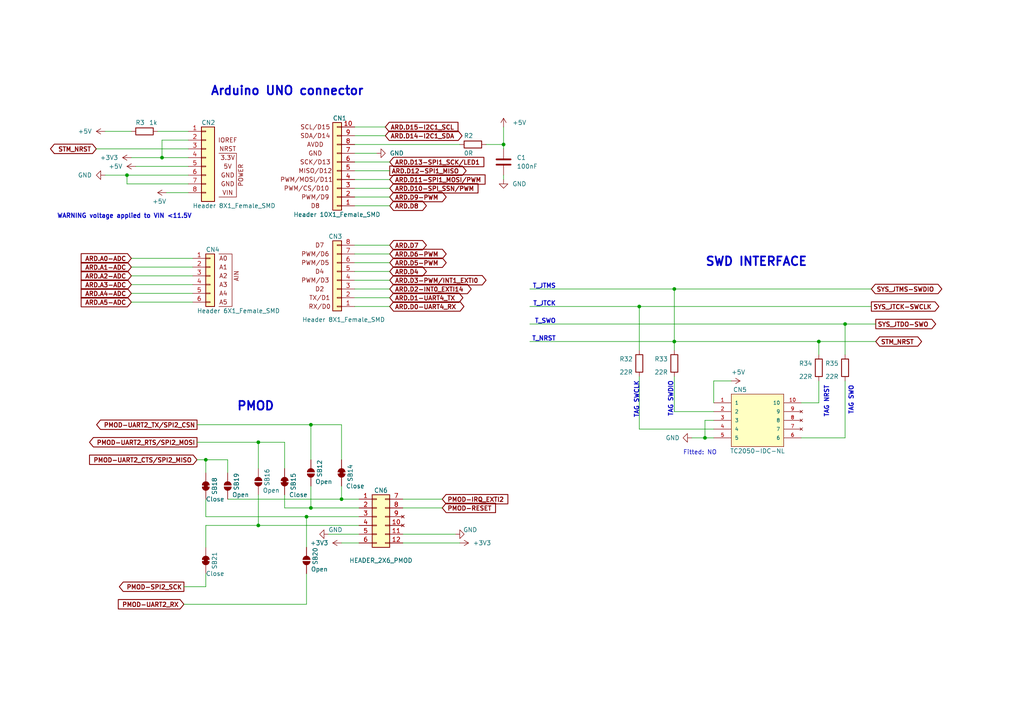
<source format=kicad_sch>
(kicad_sch (version 20211123) (generator eeschema)
  (paper "A4")
  (lib_symbols
    (symbol "+5V_1" (power) (pin_names (offset 0))
      (property "Value" "+5V_1" (at 0 3.556 0))
      (symbol "+5V_1_0_1"
        (polyline (pts (xy -0.762 1.27) (xy 0 2.54)))
        (polyline (pts (xy 0 0) (xy 0 2.54)))
        (polyline (pts (xy 0 2.54) (xy 0.762 1.27)))
      )
      (symbol "+5V_1_1_1"
        (pin power_in line (at 0 0 90) (length 0) hide (name "+5V") (number "1"))
      )
    )
    (symbol "+5V_2" (power) (pin_names (offset 0))
      (property "Value" "+5V_2" (at -3.81 0.0001 90))
      (symbol "+5V_2_0_1"
        (polyline (pts (xy -0.762 1.27) (xy 0 2.54)))
        (polyline (pts (xy 0 0) (xy 0 2.54)))
        (polyline (pts (xy 0 2.54) (xy 0.762 1.27)))
      )
      (symbol "+5V_2_1_1"
        (pin power_in line (at 0 0 90) (length 0) hide (name "+5V") (number "1"))
      )
    )
    (symbol "+5V_3" (power) (pin_names (offset 0))
      (property "Value" "+5V_3" (at 2.54 1.2701 0))
      (symbol "+5V_3_0_1"
        (polyline (pts (xy -0.762 1.27) (xy 0 2.54)))
        (polyline (pts (xy 0 0) (xy 0 2.54)))
        (polyline (pts (xy 0 2.54) (xy 0.762 1.27)))
      )
      (symbol "+5V_3_1_1"
        (pin power_in line (at 0 0 90) (length 0) hide (name "+5V") (number "1"))
      )
    )
    (symbol "+5V_4" (power) (pin_names (offset 0))
      (property "Value" "+5V_4" (at 3.81 0.0001 90))
      (symbol "+5V_4_0_1"
        (polyline (pts (xy -0.762 1.27) (xy 0 2.54)))
        (polyline (pts (xy 0 0) (xy 0 2.54)))
        (polyline (pts (xy 0 2.54) (xy 0.762 1.27)))
      )
      (symbol "+5V_4_1_1"
        (pin power_in line (at 0 0 90) (length 0) hide (name "+5V") (number "1"))
      )
    )
    (symbol "Conn_01x08_1" (pin_names (offset 1.016) hide)
      (property "Reference" "CN4" (at -2.54 10.16 0))
      (property "Value" "Header 8X1_Female_SMD" (at -6.35 -12.7 0))
      (symbol "Conn_01x08_1_0_0"
        (text "D2" (at -5.08 -5.08 0) (effects (font (size 1.27 1.27))))
        (text "D4" (at -5.08 0 0) (effects (font (size 1.27 1.27))))
        (text "D7" (at -5.08 7.62 0) (effects (font (size 1.27 1.27))))
        (text "PWM/D3" (at -6.35 -2.54 0) (effects (font (size 1.27 1.27))))
        (text "PWM/D5" (at -6.35 2.54 0) (effects (font (size 1.27 1.27))))
        (text "PWM/D6" (at -6.35 5.08 0) (effects (font (size 1.27 1.27))))
        (text "RX/D0" (at -5.08 -10.16 0) (effects (font (size 1.27 1.27))))
        (text "TX/D1" (at -5.08 -7.62 0) (effects (font (size 1.27 1.27))))
      )
      (symbol "Conn_01x08_1_1_1"
        (rectangle (start -1.27 8.89) (end 1.27 -11.43) (stroke (width 0.254)) (fill (type background)))
        (rectangle (start 0 -10.287) (end 1.27 -10.033) (stroke (width 0.1524)))
        (rectangle (start 0 -7.747) (end 1.27 -7.493) (stroke (width 0.1524)))
        (rectangle (start 0 -5.207) (end 1.27 -4.953) (stroke (width 0.1524)))
        (rectangle (start 0 -2.667) (end 1.27 -2.413) (stroke (width 0.1524)))
        (rectangle (start 0 -0.127) (end 1.27 0.127) (stroke (width 0.1524)))
        (rectangle (start 0 2.413) (end 1.27 2.667) (stroke (width 0.1524)))
        (rectangle (start 0 4.953) (end 1.27 5.207) (stroke (width 0.1524)))
        (rectangle (start 0 7.493) (end 1.27 7.747) (stroke (width 0.1524)))
        (pin output line (at 5.08 -10.16 180) (length 3.81) (name "Pin_1") (number "1"))
        (pin input line (at 5.08 -7.62 180) (length 3.81) (name "Pin_2") (number "2"))
        (pin bidirectional line (at 5.08 -5.08 180) (length 3.81) (name "Pin_3") (number "3"))
        (pin bidirectional line (at 5.08 -2.54 180) (length 3.81) (name "Pin_4") (number "4"))
        (pin bidirectional line (at 5.08 0 180) (length 3.81) (name "Pin_5") (number "5"))
        (pin bidirectional line (at 5.08 2.54 180) (length 3.81) (name "Pin_6") (number "6"))
        (pin bidirectional line (at 5.08 5.08 180) (length 3.81) (name "Pin_7") (number "7"))
        (pin bidirectional line (at 5.08 7.62 180) (length 3.81) (name "Pin_8") (number "8"))
      )
    )
    (symbol "Connector_Generic:Conn_01x06" (pin_names (offset 1.016) hide)
      (property "Reference" "CN4" (at -1.27 7.62 0))
      (property "Value" "Header 6X1_Female_SMD" (at -3.81 -10.16 0))
      (symbol "Conn_01x06_0_0"
        (polyline (pts (xy 2.54 6.35) (xy 6.35 6.35) (xy 6.35 -8.89) (xy 2.54 -8.89)))
        (text "A0" (at 3.81 5.08 0) (effects (font (size 1.27 1.27))))
        (text "A1" (at 3.81 2.54 0) (effects (font (size 1.27 1.27))))
        (text "A2" (at 3.81 0 0) (effects (font (size 1.27 1.27))))
        (text "A3" (at 3.81 -2.54 0) (effects (font (size 1.27 1.27))))
        (text "A4" (at 3.81 -5.08 0) (effects (font (size 1.27 1.27))))
        (text "A5" (at 3.81 -7.62 0) (effects (font (size 1.27 1.27))))
        (text "AIN" (at 7.62 0 900) (effects (font (size 1.27 1.27))))
      )
      (symbol "Conn_01x06_1_1"
        (rectangle (start -1.27 -7.493) (end 0 -7.747) (stroke (width 0.1524)))
        (rectangle (start -1.27 -4.953) (end 0 -5.207) (stroke (width 0.1524)))
        (rectangle (start -1.27 -2.413) (end 0 -2.667) (stroke (width 0.1524)))
        (rectangle (start -1.27 0.127) (end 0 -0.127) (stroke (width 0.1524)))
        (rectangle (start -1.27 2.667) (end 0 2.413) (stroke (width 0.1524)))
        (rectangle (start -1.27 5.207) (end 0 4.953) (stroke (width 0.1524)))
        (rectangle (start -1.27 6.35) (end 1.27 -8.89) (stroke (width 0.254)) (fill (type background)))
        (pin input line (at -5.08 5.08 0) (length 3.81) (name "Pin_1") (number "1"))
        (pin input line (at -5.08 2.54 0) (length 3.81) (name "Pin_2") (number "2"))
        (pin input line (at -5.08 0 0) (length 3.81) (name "Pin_3") (number "3"))
        (pin input line (at -5.08 -2.54 0) (length 3.81) (name "Pin_4") (number "4"))
        (pin input line (at -5.08 -5.08 0) (length 3.81) (name "Pin_5") (number "5"))
        (pin input line (at -5.08 -7.62 0) (length 3.81) (name "Pin_6") (number "6"))
      )
    )
    (symbol "Connector_Generic:Conn_01x08" (pin_names (offset 1.016) hide)
      (property "Reference" "CN1" (at -1.27 10.16 0))
      (property "Value" "Header 8X1_Female_SMD" (at -3.81 -13.97 0))
      (symbol "Conn_01x08_0_0"
        (polyline (pts (xy 3.81 1.27) (xy 8.89 1.27) (xy 8.89 -11.43) (xy 3.81 -11.43)))
        (text "3.3V" (at 6.35 0 0) (effects (font (size 1.27 1.27))))
        (text "5V" (at 6.35 -2.54 0) (effects (font (size 1.27 1.27))))
        (text "GND" (at 6.35 -7.62 0) (effects (font (size 1.27 1.27))))
        (text "GND" (at 6.35 -5.08 0) (effects (font (size 1.27 1.27))))
        (text "IOREF" (at 6.35 5.08 0) (effects (font (size 1.27 1.27))))
        (text "NRST" (at 6.35 2.54 0) (effects (font (size 1.27 1.27))))
        (text "POWER" (at 10.16 -5.08 900) (effects (font (size 1.27 1.27))))
        (text "VIN" (at 6.35 -10.16 0) (effects (font (size 1.27 1.27))))
      )
      (symbol "Conn_01x08_1_1"
        (rectangle (start -1.27 -10.033) (end 0 -10.287) (stroke (width 0.1524)))
        (rectangle (start -1.27 -7.493) (end 0 -7.747) (stroke (width 0.1524)))
        (rectangle (start -1.27 -4.953) (end 0 -5.207) (stroke (width 0.1524)))
        (rectangle (start -1.27 -2.413) (end 0 -2.667) (stroke (width 0.1524)))
        (rectangle (start -1.27 0.127) (end 0 -0.127) (stroke (width 0.1524)))
        (rectangle (start -1.27 2.667) (end 0 2.413) (stroke (width 0.1524)))
        (rectangle (start -1.27 5.207) (end 0 4.953) (stroke (width 0.1524)))
        (rectangle (start -1.27 7.747) (end 0 7.493) (stroke (width 0.1524)))
        (rectangle (start -1.27 8.89) (end 2.54 -12.7) (stroke (width 0.254)) (fill (type background)))
        (pin input line (at -5.08 7.62 0) (length 3.81) (name "Pin_1") (number "1"))
        (pin input line (at -5.08 5.08 0) (length 3.81) (name "IOREF") (number "2"))
        (pin bidirectional line (at -5.08 2.54 0) (length 3.81) (name "NRST") (number "3"))
        (pin input line (at -5.08 0 0) (length 3.81) (name "3V3") (number "4"))
        (pin input line (at -5.08 -2.54 0) (length 3.81) (name "Pin_5") (number "5"))
        (pin input line (at -5.08 -5.08 0) (length 3.81) (name "Pin_6") (number "6"))
        (pin input line (at -5.08 -7.62 0) (length 3.81) (name "GND") (number "7"))
        (pin input line (at -5.08 -10.16 0) (length 3.81) (name "VIN") (number "8"))
      )
    )
    (symbol "Connector_Generic:Conn_01x10" (pin_names (offset 1.016) hide)
      (property "Reference" "CN1" (at -1.27 12.7 0))
      (property "Value" "Header 10X1_Female_SMD" (at -3.81 -15.24 0))
      (symbol "Conn_01x10_0_0"
        (text "AVDD" (at -6.35 5.08 0) (effects (font (size 1.27 1.27))))
        (text "D8" (at -6.35 -12.7 0) (effects (font (size 1.27 1.27))))
        (text "GND" (at -6.35 2.54 0) (effects (font (size 1.27 1.27))))
        (text "MISO/D12" (at -6.35 -2.54 0) (effects (font (size 1.27 1.27))))
        (text "PWM/CS/D10" (at -8.89 -7.62 0) (effects (font (size 1.27 1.27))))
        (text "PWM/D9" (at -6.35 -10.16 0) (effects (font (size 1.27 1.27))))
        (text "PWM/MOSI/D11" (at -8.89 -5.08 0) (effects (font (size 1.27 1.27))))
        (text "SCK/D13" (at -6.35 0 0) (effects (font (size 1.27 1.27))))
        (text "SCL/D15" (at -6.35 10.16 0) (effects (font (size 1.27 1.27))))
        (text "SDA/D14" (at -6.35 7.62 0) (effects (font (size 1.27 1.27))))
      )
      (symbol "Conn_01x10_1_1"
        (rectangle (start -1.27 11.43) (end 1.27 -13.97) (stroke (width 0.254)) (fill (type background)))
        (rectangle (start 0 -12.827) (end 1.27 -12.573) (stroke (width 0.1524)))
        (rectangle (start 0 -10.287) (end 1.27 -10.033) (stroke (width 0.1524)))
        (rectangle (start 0 -7.747) (end 1.27 -7.493) (stroke (width 0.1524)))
        (rectangle (start 0 -5.207) (end 1.27 -4.953) (stroke (width 0.1524)))
        (rectangle (start 0 -2.667) (end 1.27 -2.413) (stroke (width 0.1524)))
        (rectangle (start 0 -0.127) (end 1.27 0.127) (stroke (width 0.1524)))
        (rectangle (start 0 2.413) (end 1.27 2.667) (stroke (width 0.1524)))
        (rectangle (start 0 4.953) (end 1.27 5.207) (stroke (width 0.1524)))
        (rectangle (start 0 7.493) (end 1.27 7.747) (stroke (width 0.1524)))
        (rectangle (start 0 10.033) (end 1.27 10.287) (stroke (width 0.1524)))
        (pin bidirectional line (at 5.08 -12.7 180) (length 3.81) (name "Pin_1") (number "1"))
        (pin input line (at 5.08 10.16 180) (length 3.81) (name "Pin_10") (number "10"))
        (pin bidirectional line (at 5.08 -10.16 180) (length 3.81) (name "Pin_2") (number "2"))
        (pin input line (at 5.08 -7.62 180) (length 3.81) (name "Pin_3") (number "3"))
        (pin input line (at 5.08 -5.08 180) (length 3.81) (name "Pin_4") (number "4"))
        (pin output line (at 5.08 -2.54 180) (length 3.81) (name "Pin_5") (number "5"))
        (pin input line (at 5.08 0 180) (length 3.81) (name "Pin_6") (number "6"))
        (pin input line (at 5.08 2.54 180) (length 3.81) (name "Pin_7") (number "7"))
        (pin input line (at 5.08 5.08 180) (length 3.81) (name "Pin_8") (number "8"))
        (pin bidirectional line (at 5.08 7.62 180) (length 3.81) (name "Pin_9") (number "9"))
      )
    )
    (symbol "Connector_Generic:Conn_02x06_Top_Bottom" (pin_names (offset 1.016) hide)
      (property "Reference" "CN10" (at 1.27 7.62 0))
      (property "Value" "HEADER_2X6_PMOD" (at 1.27 -12.7 0))
      (symbol "Conn_02x06_Top_Bottom_1_1"
        (rectangle (start -1.27 -7.493) (end 0 -7.747) (stroke (width 0.1524)))
        (rectangle (start -1.27 -4.953) (end 0 -5.207) (stroke (width 0.1524)))
        (rectangle (start -1.27 -2.413) (end 0 -2.667) (stroke (width 0.1524)))
        (rectangle (start -1.27 0.127) (end 0 -0.127) (stroke (width 0.1524)))
        (rectangle (start -1.27 2.667) (end 0 2.413) (stroke (width 0.1524)))
        (rectangle (start -1.27 5.207) (end 0 4.953) (stroke (width 0.1524)))
        (rectangle (start -1.27 6.35) (end 3.81 -8.89) (stroke (width 0.254)) (fill (type background)))
        (rectangle (start 3.81 -7.493) (end 2.54 -7.747) (stroke (width 0.1524)))
        (rectangle (start 3.81 -4.953) (end 2.54 -5.207) (stroke (width 0.1524)))
        (rectangle (start 3.81 -2.413) (end 2.54 -2.667) (stroke (width 0.1524)))
        (rectangle (start 3.81 0.127) (end 2.54 -0.127) (stroke (width 0.1524)))
        (rectangle (start 3.81 2.667) (end 2.54 2.413) (stroke (width 0.1524)))
        (rectangle (start 3.81 5.207) (end 2.54 4.953) (stroke (width 0.1524)))
        (pin passive line (at -5.08 5.08 0) (length 3.81) (name "Pin_1") (number "1"))
        (pin no_connect line (at 7.62 -2.54 180) (length 3.81) (name "Pin_10") (number "10"))
        (pin passive line (at 7.62 -5.08 180) (length 3.81) (name "Pin_11") (number "11"))
        (pin passive line (at 7.62 -7.62 180) (length 3.81) (name "Pin_12") (number "12"))
        (pin passive line (at -5.08 2.54 0) (length 3.81) (name "Pin_2") (number "2"))
        (pin passive line (at -5.08 0 0) (length 3.81) (name "Pin_3") (number "3"))
        (pin passive line (at -5.08 -2.54 0) (length 3.81) (name "Pin_4") (number "4"))
        (pin passive line (at -5.08 -5.08 0) (length 3.81) (name "Pin_5") (number "5"))
        (pin passive line (at -5.08 -7.62 0) (length 3.81) (name "Pin_6") (number "6"))
        (pin passive line (at 7.62 5.08 180) (length 3.81) (name "Pin_7") (number "7"))
        (pin passive line (at 7.62 2.54 180) (length 3.81) (name "Pin_8") (number "8"))
        (pin no_connect line (at 7.62 0 180) (length 3.81) (name "Pin_9") (number "9"))
      )
    )
    (symbol "Device:C" (pin_numbers hide) (pin_names (offset 0.254))
      (property "Reference" "C" (at 0.635 2.54 0))
      (property "Value" "C" (at 0.635 -2.54 0))
      (symbol "C_0_1"
        (polyline (pts (xy -2.032 -0.762) (xy 2.032 -0.762)) (stroke (width 0.508)))
        (polyline (pts (xy -2.032 0.762) (xy 2.032 0.762)) (stroke (width 0.508)))
      )
      (symbol "C_1_1"
        (pin passive line (at 0 3.81 270) (length 2.794) (name "~") (number "1"))
        (pin passive line (at 0 -3.81 90) (length 2.794) (name "~") (number "2"))
      )
    )
    (symbol "Device:R" (pin_numbers hide) (pin_names (offset 0))
      (property "Reference" "R" (at 2.032 0 90))
      (property "Value" "R" (at 0 0 90))
      (symbol "R_0_1"
        (rectangle (start -1.016 -2.54) (end 1.016 2.54) (stroke (width 0.254)))
      )
      (symbol "R_1_1"
        (pin passive line (at 0 3.81 270) (length 1.27) (name "~") (number "1"))
        (pin passive line (at 0 -3.81 90) (length 1.27) (name "~") (number "2"))
      )
    )
    (symbol "Jumper:SolderJumper_2_Bridged" (pin_names (offset 0) hide)
      (property "Reference" "SB18" (at 2.54 2.54 0))
      (property "Value" "Close" (at 0 -3.81 90))
      (symbol "SolderJumper_2_Bridged_0_1"
        (rectangle (start -0.508 0.508) (end 0.508 -0.508) (fill (type outline)))
        (arc (start -0.254 1.016) (mid -1.27 0) (end -0.254 -1.016))
        (arc (start -0.254 1.016) (mid -1.27 0) (end -0.254 -1.016) (fill (type outline)))
        (polyline (pts (xy -0.254 1.016) (xy -0.254 -1.016)))
        (polyline (pts (xy 0.254 1.016) (xy 0.254 -1.016)))
        (arc (start 0.254 -1.016) (mid 1.27 0) (end 0.254 1.016))
        (arc (start 0.254 -1.016) (mid 1.27 0) (end 0.254 1.016) (fill (type outline)))
      )
      (symbol "SolderJumper_2_Bridged_1_1"
        (pin passive line (at -3.81 0 0) (length 2.54) (name "A") (number ""))
        (pin passive line (at 3.81 0 180) (length 2.54) (name "B") (number ""))
      )
    )
    (symbol "SolderJumper_2_Open_1" (pin_names (offset 0) hide)
      (property "Reference" "SB19" (at 2.54 3.81 0))
      (property "Value" "SolderJumper_2_Open_1" (at 2.54 -2.54 90))
      (symbol "SolderJumper_2_Open_1_0_1"
        (arc (start -0.254 1.016) (mid -1.27 0) (end -0.254 -1.016))
        (arc (start -0.254 1.016) (mid -1.27 0) (end -0.254 -1.016) (fill (type outline)))
        (polyline (pts (xy -0.254 1.016) (xy -0.254 -1.016)))
        (polyline (pts (xy 0.254 1.016) (xy 0.254 -1.016)))
        (arc (start 0.254 -1.016) (mid 1.27 0) (end 0.254 1.016))
        (arc (start 0.254 -1.016) (mid 1.27 0) (end 0.254 1.016) (fill (type outline)))
      )
      (symbol "SolderJumper_2_Open_1_1_1"
        (pin passive line (at -3.81 0 0) (length 2.54) (name "A") (number ""))
        (pin passive line (at 3.81 0 180) (length 2.54) (name "B") (number ""))
      )
    )
    (symbol "SolderJumper_2_Open_2" (pin_names (offset 0) hide)
      (property "Reference" "SB16" (at 3.81 2.54 0))
      (property "Value" "SolderJumper_2_Open_2" (at 2.54 -3.81 90))
      (symbol "SolderJumper_2_Open_2_0_1"
        (arc (start -0.254 1.016) (mid -1.27 0) (end -0.254 -1.016))
        (arc (start -0.254 1.016) (mid -1.27 0) (end -0.254 -1.016) (fill (type outline)))
        (polyline (pts (xy -0.254 1.016) (xy -0.254 -1.016)))
        (polyline (pts (xy 0.254 1.016) (xy 0.254 -1.016)))
        (arc (start 0.254 -1.016) (mid 1.27 0) (end 0.254 1.016))
        (arc (start 0.254 -1.016) (mid 1.27 0) (end 0.254 1.016) (fill (type outline)))
      )
      (symbol "SolderJumper_2_Open_2_1_1"
        (pin passive line (at -3.81 0 0) (length 2.54) (name "A") (number ""))
        (pin passive line (at 3.81 0 180) (length 2.54) (name "B") (number ""))
      )
    )
    (symbol "TC2050-IDC-NL:TC2050-IDC-NL" (pin_names (offset 1.016))
      (property "Reference" "CN5" (at -5.08 8.89 0))
      (property "Value" "TC2050-IDC-NL" (at 0 -8.89 0))
      (symbol "TC2050-IDC-NL_0_0"
        (rectangle (start -7.62 -7.62) (end 7.62 7.62) (stroke (width 0.1524)) (fill (type background)))
        (pin passive line (at -12.7 5.08 0) (length 5.08) (name "1") (number "1"))
        (pin passive line (at 12.7 5.08 180) (length 5.08) (name "10") (number "10"))
        (pin passive line (at -12.7 2.54 0) (length 5.08) (name "2") (number "2"))
        (pin passive line (at -12.7 0 0) (length 5.08) (name "3") (number "3"))
        (pin passive line (at -12.7 -2.54 0) (length 5.08) (name "4") (number "4"))
        (pin passive line (at -12.7 -5.08 0) (length 5.08) (name "5") (number "5"))
        (pin input line (at 12.7 -5.08 180) (length 5.08) (name "6") (number "6"))
        (pin no_connect line (at 12.7 -2.54 180) (length 5.08) (name "7") (number "7"))
        (pin no_connect line (at 12.7 0 180) (length 5.08) (name "8") (number "8"))
        (pin no_connect line (at 12.7 2.54 180) (length 5.08) (name "9") (number "9"))
      )
    )
    (symbol "power:+3V3" (power) (pin_names (offset 0))
      (property "Value" "+3V3" (at 0 3.556 0))
      (symbol "+3V3_0_1"
        (polyline (pts (xy -0.762 1.27) (xy 0 2.54)))
        (polyline (pts (xy 0 0) (xy 0 2.54)))
        (polyline (pts (xy 0 2.54) (xy 0.762 1.27)))
      )
      (symbol "+3V3_1_1"
        (pin power_in line (at 0 0 90) (length 0) hide (name "+3V3") (number "1"))
      )
    )
    (symbol "power:+5V" (power) (pin_names (offset 0))
      (property "Value" "5V_ARD" (at -3.81 0.0001 90))
      (symbol "+5V_0_1"
        (polyline (pts (xy -0.762 1.27) (xy 0 2.54)))
        (polyline (pts (xy 0 0) (xy 0 2.54)))
        (polyline (pts (xy 0 2.54) (xy 0.762 1.27)))
      )
      (symbol "+5V_1_1"
        (pin power_in line (at 0 0 90) (length 0) hide (name "+5V") (number "1"))
      )
    )
    (symbol "power:GND" (power) (pin_names (offset 0))
      (property "Value" "GND" (at 0 -3.81 0))
      (symbol "GND_0_1"
        (polyline (pts (xy 0 0) (xy 0 -1.27) (xy 1.27 -1.27) (xy 0 -2.54) (xy -1.27 -1.27) (xy 0 -1.27)))
      )
      (symbol "GND_1_1"
        (pin power_in line (at 0 0 270) (length 0) hide (name "GND") (number "1"))
      )
    )
  )
  (junction (at 74.93 128.27))
  (junction (at 99.06 144.78))
  (junction (at 195.58 99.06))
  (junction (at 204.47 127))
  (junction (at 245.11 93.98))
  (junction (at 74.93 152.4))
  (junction (at 90.17 123.19))
  (junction (at 88.9 149.86))
  (junction (at 36.83 50.8))
  (junction (at 185.42 88.9))
  (junction (at 59.69 133.35))
  (junction (at 46.99 45.72))
  (junction (at 146.05 41.91))
  (junction (at 195.58 83.82))
  (junction (at 90.17 147.32))
  (junction (at 237.49 99.06))
  (wire (pts (xy 66.04 133.35) (xy 66.04 137.16)))
  (wire (pts (xy 195.58 119.38) (xy 207.01 119.38)))
  (wire (pts (xy 90.17 147.32) (xy 104.14 147.32)))
  (wire (pts (xy 237.49 99.06) (xy 237.49 102.87)))
  (wire (pts (xy 54.61 43.18) (xy 27.94 43.18)))
  (wire (pts (xy 102.87 41.91) (xy 133.35 41.91)))
  (wire (pts (xy 88.9 149.86) (xy 104.14 149.86)))
  (wire (pts (xy 99.06 133.35) (xy 99.06 123.19)))
  (wire (pts (xy 195.58 101.6) (xy 195.58 99.06)))
  (wire (pts (xy 153.67 83.82) (xy 195.58 83.82)))
  (wire (pts (xy 204.47 121.92) (xy 204.47 127)))
  (wire (pts (xy 102.87 39.37) (xy 111.76 39.37)))
  (wire (pts (xy 66.04 144.78) (xy 99.06 144.78)))
  (wire (pts (xy 102.87 86.36) (xy 113.03 86.36)))
  (wire (pts (xy 38.1 45.72) (xy 46.99 45.72)))
  (wire (pts (xy 195.58 109.22) (xy 195.58 119.38)))
  (wire (pts (xy 207.01 110.49) (xy 212.09 110.49)))
  (wire (pts (xy 200.66 127) (xy 204.47 127)))
  (wire (pts (xy 88.9 166.37) (xy 88.9 175.26)))
  (wire (pts (xy 59.69 133.35) (xy 66.04 133.35)))
  (wire (pts (xy 30.48 38.1) (xy 38.1 38.1)))
  (wire (pts (xy 195.58 83.82) (xy 195.58 99.06)))
  (wire (pts (xy 82.55 143.51) (xy 82.55 147.32)))
  (wire (pts (xy 153.67 88.9) (xy 185.42 88.9)))
  (wire (pts (xy 30.48 50.8) (xy 36.83 50.8)))
  (wire (pts (xy 36.83 50.8) (xy 54.61 50.8)))
  (wire (pts (xy 90.17 140.97) (xy 90.17 147.32)))
  (wire (pts (xy 38.1 77.47) (xy 55.88 77.47)))
  (wire (pts (xy 45.72 38.1) (xy 54.61 38.1)))
  (wire (pts (xy 146.05 41.91) (xy 146.05 43.18)))
  (wire (pts (xy 95.25 154.94) (xy 104.14 154.94)))
  (wire (pts (xy 153.67 93.98) (xy 245.11 93.98)))
  (wire (pts (xy 59.69 149.86) (xy 88.9 149.86)))
  (wire (pts (xy 57.15 133.35) (xy 59.69 133.35)))
  (wire (pts (xy 38.1 82.55) (xy 55.88 82.55)))
  (wire (pts (xy 102.87 76.2) (xy 113.03 76.2)))
  (wire (pts (xy 102.87 78.74) (xy 113.03 78.74)))
  (wire (pts (xy 116.84 154.94) (xy 132.08 154.94)))
  (wire (pts (xy 207.01 116.84) (xy 207.01 110.49)))
  (wire (pts (xy 48.26 55.88) (xy 54.61 55.88)))
  (wire (pts (xy 232.41 127) (xy 245.11 127)))
  (wire (pts (xy 102.87 81.28) (xy 113.03 81.28)))
  (wire (pts (xy 116.84 157.48) (xy 133.35 157.48)))
  (wire (pts (xy 57.15 128.27) (xy 74.93 128.27)))
  (wire (pts (xy 102.87 46.99) (xy 113.03 46.99)))
  (wire (pts (xy 90.17 123.19) (xy 99.06 123.19)))
  (wire (pts (xy 82.55 135.89) (xy 82.55 128.27)))
  (wire (pts (xy 102.87 44.45) (xy 109.22 44.45)))
  (wire (pts (xy 38.1 85.09) (xy 55.88 85.09)))
  (wire (pts (xy 38.1 74.93) (xy 55.88 74.93)))
  (wire (pts (xy 245.11 93.98) (xy 245.11 102.87)))
  (wire (pts (xy 74.93 152.4) (xy 104.14 152.4)))
  (wire (pts (xy 146.05 52.07) (xy 146.05 50.8)))
  (wire (pts (xy 245.11 110.49) (xy 245.11 127)))
  (wire (pts (xy 153.67 99.06) (xy 195.58 99.06)))
  (wire (pts (xy 102.87 73.66) (xy 113.03 73.66)))
  (wire (pts (xy 185.42 124.46) (xy 207.01 124.46)))
  (wire (pts (xy 46.99 45.72) (xy 54.61 45.72)))
  (wire (pts (xy 140.97 41.91) (xy 146.05 41.91)))
  (wire (pts (xy 39.37 48.26) (xy 54.61 48.26)))
  (wire (pts (xy 204.47 127) (xy 207.01 127)))
  (wire (pts (xy 116.84 144.78) (xy 128.27 144.78)))
  (wire (pts (xy 102.87 88.9) (xy 113.03 88.9)))
  (wire (pts (xy 59.69 144.78) (xy 59.69 149.86)))
  (wire (pts (xy 54.61 40.64) (xy 46.99 40.64)))
  (wire (pts (xy 99.06 157.48) (xy 104.14 157.48)))
  (wire (pts (xy 59.69 152.4) (xy 74.93 152.4)))
  (wire (pts (xy 237.49 110.49) (xy 237.49 116.84)))
  (wire (pts (xy 53.34 175.26) (xy 88.9 175.26)))
  (wire (pts (xy 102.87 83.82) (xy 113.03 83.82)))
  (wire (pts (xy 99.06 144.78) (xy 104.14 144.78)))
  (wire (pts (xy 195.58 83.82) (xy 252.73 83.82)))
  (wire (pts (xy 185.42 88.9) (xy 252.73 88.9)))
  (wire (pts (xy 54.61 53.34) (xy 36.83 53.34)))
  (wire (pts (xy 46.99 40.64) (xy 46.99 45.72)))
  (wire (pts (xy 102.87 36.83) (xy 111.76 36.83)))
  (wire (pts (xy 185.42 101.6) (xy 185.42 88.9)))
  (wire (pts (xy 36.83 50.8) (xy 36.83 53.34)))
  (wire (pts (xy 82.55 147.32) (xy 90.17 147.32)))
  (wire (pts (xy 102.87 71.12) (xy 113.03 71.12)))
  (wire (pts (xy 245.11 93.98) (xy 254 93.98)))
  (wire (pts (xy 88.9 149.86) (xy 88.9 158.75)))
  (wire (pts (xy 237.49 99.06) (xy 254 99.06)))
  (wire (pts (xy 38.1 87.63) (xy 55.88 87.63)))
  (wire (pts (xy 102.87 54.61) (xy 113.03 54.61)))
  (wire (pts (xy 102.87 57.15) (xy 113.03 57.15)))
  (wire (pts (xy 74.93 128.27) (xy 82.55 128.27)))
  (wire (pts (xy 59.69 158.75) (xy 59.69 152.4)))
  (wire (pts (xy 90.17 123.19) (xy 90.17 133.35)))
  (wire (pts (xy 102.87 52.07) (xy 113.03 52.07)))
  (wire (pts (xy 74.93 143.51) (xy 74.93 152.4)))
  (wire (pts (xy 207.01 121.92) (xy 204.47 121.92)))
  (wire (pts (xy 146.05 36.83) (xy 146.05 41.91)))
  (wire (pts (xy 59.69 166.37) (xy 59.69 170.18)))
  (wire (pts (xy 185.42 109.22) (xy 185.42 124.46)))
  (wire (pts (xy 38.1 80.01) (xy 55.88 80.01)))
  (wire (pts (xy 102.87 49.53) (xy 113.03 49.53)))
  (wire (pts (xy 57.15 123.19) (xy 90.17 123.19)))
  (wire (pts (xy 232.41 116.84) (xy 237.49 116.84)))
  (wire (pts (xy 99.06 140.97) (xy 99.06 144.78)))
  (wire (pts (xy 195.58 99.06) (xy 237.49 99.06)))
  (wire (pts (xy 102.87 59.69) (xy 113.03 59.69)))
  (wire (pts (xy 53.34 170.18) (xy 59.69 170.18)))
  (wire (pts (xy 74.93 128.27) (xy 74.93 135.89)))
  (wire (pts (xy 116.84 147.32) (xy 128.27 147.32)))
  (wire (pts (xy 59.69 133.35) (xy 59.69 137.16)))
  (text "WARNING voltage applied to VIN <11.5V" (at 16.51 63.5 0) (effects (font (size 1.27 1.27) bold) (justify left bottom)))
  (text "T_JTCK" (at 161.29 88.9 180) (effects (font (size 1.27 1.27) (thickness 0.254) bold) (justify right bottom)))
  (text "Arduino UNO connector" (at 60.96 27.94 0) (effects (font (size 2.5 2.5) (thickness 0.5) bold) (justify left bottom)))
  (text "TAG SWDIO\n\n\n" (at 199.39 110.49 270) (effects (font (size 1.27 1.27) (thickness 0.254) bold) (justify right bottom)))
  (text "T_JTMS\n" (at 161.29 83.82 180) (effects (font (size 1.27 1.27) (thickness 0.254) bold) (justify right bottom)))
  (text "TAG SWO\n" (at 247.65 111.76 270) (effects (font (size 1.27 1.27) (thickness 0.254) bold) (justify right bottom)))
  (text "TAG NRST\n\n" (at 242.57 111.76 270) (effects (font (size 1.27 1.27) (thickness 0.254) bold) (justify right bottom)))
  (text "PMOD\n" (at 68.58 119.38 0) (effects (font (size 2.5 2.5) (thickness 0.5) bold) (justify left bottom)))
  (text "SWD INTERFACE" (at 204.47 77.47 0) (effects (font (size 2.5 2.5) (thickness 0.5) bold) (justify left bottom)))
  (text "Fitted: NO" (at 198.12 132.08 0) (effects (font (size 1.27 1.27)) (justify left bottom)))
  (text "T_NRST\n" (at 161.29 99.06 180) (effects (font (size 1.27 1.27) (thickness 0.254) bold) (justify right bottom)))
  (text "T_SWO\n" (at 161.29 93.98 180) (effects (font (size 1.27 1.27) (thickness 0.254) bold) (justify right bottom)))
  (text "TAG SWCLK\n" (at 185.42 110.49 270) (effects (font (size 1.27 1.27) (thickness 0.254) bold) (justify right bottom)))
  (global_label "PMOD-UART2_CTS{slash}SPI2_MISO" (shape input) (at 57.15 133.35 180) (effects (font (thickness 0.254) bold)) (property "Intersheet References" "${INTERSHEET_REFS}" (effects hide)))
  (global_label "PMOD-UART2_RTS{slash}SPI2_MOSI" (shape output) (at 57.15 128.27 180) (effects (font (thickness 0.254) bold)) (property "Intersheet References" "${INTERSHEET_REFS}" (effects hide)))
  (global_label "PMOD-IRQ_EXTI2" (shape input) (at 128.27 144.78 0) (effects (font (thickness 0.254) bold)) (property "Intersheet References" "${INTERSHEET_REFS}" (effects hide)))
  (global_label "ARD.A5-ADC" (shape input) (at 38.1 87.63 180) (effects (font (thickness 0.254) bold)) (property "Intersheet References" "${INTERSHEET_REFS}" (effects hide)))
  (global_label "ARD.A4-ADC" (shape input) (at 38.1 85.09 180) (effects (font (thickness 0.254) bold)) (property "Intersheet References" "${INTERSHEET_REFS}" (effects hide)))
  (global_label "PMOD-RESET" (shape input) (at 128.27 147.32 0) (effects (font (thickness 0.254) bold)) (property "Intersheet References" "${INTERSHEET_REFS}" (effects hide)))
  (global_label "ARD.D11-SPI1_MOSI{slash}PWM" (shape input) (at 113.03 52.07 0) (effects (font (thickness 0.254) bold)) (property "Intersheet References" "${INTERSHEET_REFS}" (effects hide)))
  (global_label "PMOD-UART2_RX" (shape input) (at 53.34 175.26 180) (effects (font (thickness 0.254) bold)) (property "Intersheet References" "${INTERSHEET_REFS}" (effects hide)))
  (global_label "ARD.D13-SPI1_SCK{slash}LED1" (shape input) (at 113.03 46.99 0) (effects (font (thickness 0.254) bold)) (property "Intersheet References" "${INTERSHEET_REFS}" (effects hide)))
  (global_label "ARD.D5-PWM" (shape bidirectional) (at 113.03 76.2 0) (effects (font (thickness 0.254) bold)) (property "Intersheet References" "${INTERSHEET_REFS}" (effects hide)))
  (global_label "PMOD-SPI2_SCK" (shape output) (at 53.34 170.18 180) (effects (font (thickness 0.254) bold)) (property "Intersheet References" "${INTERSHEET_REFS}" (effects hide)))
  (global_label "ARD.A1-ADC" (shape input) (at 38.1 77.47 180) (effects (font (thickness 0.254) bold)) (property "Intersheet References" "${INTERSHEET_REFS}" (effects hide)))
  (global_label "ARD.A0-ADC" (shape input) (at 38.1 74.93 180) (effects (font (thickness 0.254) bold)) (property "Intersheet References" "${INTERSHEET_REFS}" (effects hide)))
  (global_label "ARD.D4" (shape bidirectional) (at 113.03 78.74 0) (effects (font (thickness 0.254) bold)) (property "Intersheet References" "${INTERSHEET_REFS}" (effects hide)))
  (global_label "SYS_JTCK-SWCLK" (shape output) (at 252.73 88.9 0) (effects (font (thickness 0.254) bold)) (property "Intersheet References" "${INTERSHEET_REFS}" (effects hide)))
  (global_label "ARD.A3-ADC" (shape input) (at 38.1 82.55 180) (effects (font (thickness 0.254) bold)) (property "Intersheet References" "${INTERSHEET_REFS}" (effects hide)))
  (global_label "STM_NRST" (shape bidirectional) (at 27.94 43.18 180) (effects (font (thickness 0.254) bold)) (property "Intersheet References" "${INTERSHEET_REFS}" (effects hide)))
  (global_label "ARD.D15-I2C1_SCL" (shape input) (at 111.76 36.83 0) (effects (font (thickness 0.254) bold)) (property "Intersheet References" "${INTERSHEET_REFS}" (effects hide)))
  (global_label "ARD.D9-PWM" (shape bidirectional) (at 113.03 57.15 0) (effects (font (thickness 0.254) bold)) (property "Intersheet References" "${INTERSHEET_REFS}" (effects hide)))
  (global_label "ARD.D6-PWM" (shape bidirectional) (at 113.03 73.66 0) (effects (font (thickness 0.254) bold)) (property "Intersheet References" "${INTERSHEET_REFS}" (effects hide)))
  (global_label "ARD.D10-SPI_SSN{slash}PWM" (shape input) (at 113.03 54.61 0) (effects (font (thickness 0.254) bold)) (property "Intersheet References" "${INTERSHEET_REFS}" (effects hide)))
  (global_label "ARD.D14-I2C1_SDA" (shape bidirectional) (at 111.76 39.37 0) (effects (font (thickness 0.254) bold)) (property "Intersheet References" "${INTERSHEET_REFS}" (effects hide)))
  (global_label "PMOD-UART2_TX{slash}SPI2_CSN" (shape output) (at 57.15 123.19 180) (effects (font (thickness 0.254) bold)) (property "Intersheet References" "${INTERSHEET_REFS}" (effects hide)))
  (global_label "STM_NRST" (shape bidirectional) (at 254 99.06 0) (effects (font (thickness 0.254) bold)) (property "Intersheet References" "${INTERSHEET_REFS}" (effects hide)))
  (global_label "SYS_JTDO-SWO" (shape output) (at 254 93.98 0) (effects (font (thickness 0.254) bold)) (property "Intersheet References" "${INTERSHEET_REFS}" (effects hide)))
  (global_label "ARD.D8" (shape bidirectional) (at 113.03 59.69 0) (effects (font (thickness 0.254) bold)) (property "Intersheet References" "${INTERSHEET_REFS}" (effects hide)))
  (global_label "SYS_JTMS-SWDIO" (shape bidirectional) (at 252.73 83.82 0) (effects (font (thickness 0.254) bold)) (property "Intersheet References" "${INTERSHEET_REFS}" (effects hide)))
  (global_label "ARD.D1-UART4_TX" (shape bidirectional) (at 113.03 86.36 0) (effects (font (thickness 0.254) bold)) (property "Intersheet References" "${INTERSHEET_REFS}" (effects hide)))
  (global_label "ARD.D7" (shape bidirectional) (at 113.03 71.12 0) (effects (font (thickness 0.254) bold)) (property "Intersheet References" "${INTERSHEET_REFS}" (effects hide)))
  (global_label "ARD.A2-ADC" (shape input) (at 38.1 80.01 180) (effects (font (thickness 0.254) bold)) (property "Intersheet References" "${INTERSHEET_REFS}" (effects hide)))
  (global_label "ARD.D3-PWM{slash}INT1_EXTI0" (shape bidirectional) (at 113.03 81.28 0) (effects (font (thickness 0.254) bold)) (property "Intersheet References" "${INTERSHEET_REFS}" (effects hide)))
  (global_label "ARD.D0-UART4_RX" (shape bidirectional) (at 113.03 88.9 0) (effects (font (thickness 0.254) bold)) (property "Intersheet References" "${INTERSHEET_REFS}" (effects hide)))
  (global_label "ARD.D2-INT0_EXTI14" (shape bidirectional) (at 113.03 83.82 0) (effects (font (thickness 0.254) bold)) (property "Intersheet References" "${INTERSHEET_REFS}" (effects hide)))
  (global_label "ARD.D12-SPI1_MISO" (shape output) (at 113.03 49.53 0) (effects (font (thickness 0.254) bold)) (property "Intersheet References" "${INTERSHEET_REFS}" (effects hide)))
  (symbol (lib_id "Device:R") (at 185.42 105.41 180) (unit 1)
    (property "Reference" "R32" (at 181.61 104.14 0))
    (property "Value" "22R" (at 181.61 107.95 0))
    (property "Footprint" "Resistor_SMD:R_0402_1005Metric" (effects hide))
    (property "Datasheet" "https://www.snapeda.com/parts/ERA-2HEC7321P/Panasonic/datasheet/" (effects hide))
  )
  (symbol (lib_id "power:+3V3") (at 99.06 157.48 90) (unit 1)
    (property "Reference" "#PWR0103" (effects hide))
    (property "Value" "+3V3" (at 95.25 157.4799 90) (effects (justify left)))
  )
  (symbol (lib_id "power:GND") (at 132.08 154.94 90) (mirror x) (unit 1)
    (property "Reference" "#PWR0102" (effects hide))
    (property "Value" "GND" (at 138.43 153.67 90) (effects (justify left)))
  )
  (symbol (lib_name "SolderJumper_2_Open_2") (lib_id "Jumper:SolderJumper_2_Open") (at 90.17 137.16 90) (unit 1)
    (property "Reference" "SB12" (at 92.71 133.35 0) (effects (justify right)))
    (property "Value" "Open" (at 91.44 139.7 90) (effects (justify right)))
    (property "Footprint" "Jumper:SolderJumper-2_P1.3mm_Open_Pad1.0x1.5mm" (effects hide))
  )
  (symbol (lib_name "+5V_3") (lib_id "power:+5V") (at 146.05 36.83 0) (unit 1)
    (property "Reference" "#PWR091" (effects hide))
    (property "Value" "VDDA" (at 148.59 35.5599 0) (effects (justify left)))
  )
  (symbol (lib_id "Connector_Generic:Conn_02x06_Top_Bottom") (at 109.22 149.86 0) (unit 1)
    (property "Reference" "CN6" (at 110.49 142.24 0))
    (property "Value" "HEADER_2X6_PMOD" (at 110.49 162.56 0))
    (property "Footprint" "Connector_PinHeader_2.54mm:PinHeader_2x06_P2.54mm_Horizontal" (effects hide))
  )
  (symbol (lib_id "Device:R") (at 195.58 105.41 180) (unit 1)
    (property "Reference" "R33" (at 191.77 104.14 0))
    (property "Value" "22R" (at 191.77 107.95 0))
    (property "Footprint" "Resistor_SMD:R_0402_1005Metric" (effects hide))
    (property "Datasheet" "https://www.snapeda.com/parts/ERA-2HEC7321P/Panasonic/datasheet/" (effects hide))
  )
  (symbol (lib_id "Jumper:SolderJumper_2_Bridged") (at 59.69 140.97 90) (unit 1)
    (property "Reference" "SB18" (at 62.23 138.43 0) (effects (justify right)))
    (property "Value" "Close" (at 59.69 144.78 90) (effects (justify right)))
    (property "Footprint" "Jumper:SolderJumper-2_P1.3mm_Bridged2Bar_Pad1.0x1.5mm" (effects hide))
  )
  (symbol (lib_name "SolderJumper_2_Open_1") (lib_id "Jumper:SolderJumper_2_Open") (at 88.9 162.56 90) (unit 1)
    (property "Reference" "SB20" (at 91.44 158.75 0) (effects (justify right)))
    (property "Value" "Open" (at 90.17 165.1 90) (effects (justify right)))
    (property "Footprint" "Jumper:SolderJumper-2_P1.3mm_Open_Pad1.0x1.5mm" (effects hide))
  )
  (symbol (lib_id "Connector_Generic:Conn_01x06") (at 60.96 80.01 0) (unit 1)
    (property "Reference" "CN4" (at 59.69 72.39 0) (effects (justify left)))
    (property "Value" "Header 6X1_Female_SMD" (at 57.15 90.17 0) (effects (justify left)))
    (property "Footprint" "Connector_PinHeader_1.00mm:PinHeader_1x06_P1.00mm_Horizontal" (effects hide))
    (property "Datasheet" "https://www.snapeda.com/parts/F-V50XC-1X06R-LF/Morethanall/datasheet/" (effects hide))
  )
  (symbol (lib_id "Device:R") (at 137.16 41.91 270) (unit 1)
    (property "Reference" "R2" (at 135.89 39.37 90))
    (property "Value" "0R" (at 135.89 44.45 90))
    (property "Footprint" "Resistor_SMD:R_0402_1005Metric" (effects hide))
    (property "Datasheet" "https://www.snapeda.com/parts/ERA-2HEC7321P/Panasonic/datasheet/" (effects hide))
  )
  (symbol (lib_id "Device:C") (at 146.05 46.99 0) (unit 1)
    (property "Reference" "C1" (at 149.86 45.7199 0) (effects (justify left)))
    (property "Value" "100nF" (at 149.86 48.2599 0) (effects (justify left)))
    (property "Footprint" "Capacitor_SMD:C_0402_1005Metric" (effects hide))
    (property "Datasheet" "https://s3.amazonaws.com/snapeda/datasheet/C0402C222J3JACTU_KEMET.pdf" (effects hide))
  )
  (symbol (lib_name "+5V_4") (lib_id "power:+5V") (at 212.09 110.49 270) (unit 1)
    (property "Reference" "#PWR099" (effects hide))
    (property "Value" "3V3_ST_LINK" (at 212.09 107.95 90) (effects (justify left)))
  )
  (symbol (lib_id "power:GND") (at 95.25 154.94 270) (unit 1)
    (property "Reference" "#PWR0101" (effects hide))
    (property "Value" "GND" (at 95.25 153.67 90) (effects (justify left)))
  )
  (symbol (lib_id "power:+5V") (at 30.48 38.1 90) (unit 1)
    (property "Reference" "#PWR092" (effects hide))
    (property "Value" "5V_ARD" (at 26.67 38.1 90) (effects (justify left)))
  )
  (symbol (lib_name "SolderJumper_2_Open_1") (lib_id "Jumper:SolderJumper_2_Open") (at 66.04 140.97 90) (unit 1)
    (property "Reference" "SB19" (at 68.58 137.16 0) (effects (justify right)))
    (property "Value" "Open" (at 67.31 143.51 90) (effects (justify right)))
    (property "Footprint" "Jumper:SolderJumper-2_P1.3mm_Open_Pad1.0x1.5mm" (effects hide))
  )
  (symbol (lib_id "Jumper:SolderJumper_2_Bridged") (at 99.06 137.16 90) (unit 1)
    (property "Reference" "SB14" (at 101.6 134.62 0) (effects (justify right)))
    (property "Value" "Close" (at 100.33 140.97 90) (effects (justify right)))
    (property "Footprint" "Jumper:SolderJumper-2_P1.3mm_Bridged2Bar_Pad1.0x1.5mm" (effects hide))
  )
  (symbol (lib_id "Device:R") (at 41.91 38.1 270) (unit 1)
    (property "Reference" "R3" (at 40.64 35.56 90))
    (property "Value" "1k" (at 44.45 35.56 90))
    (property "Footprint" "Resistor_SMD:R_0402_1005Metric" (effects hide))
    (property "Datasheet" "https://www.snapeda.com/parts/ERA-2HEC7321P/Panasonic/datasheet/" (effects hide))
  )
  (symbol (lib_id "power:GND") (at 30.48 50.8 270) (unit 1)
    (property "Reference" "#PWR096" (effects hide))
    (property "Value" "GND" (at 26.67 50.7999 90) (effects (justify right)))
  )
  (symbol (lib_id "power:GND") (at 146.05 52.07 0) (unit 1)
    (property "Reference" "#PWR097" (effects hide))
    (property "Value" "GND" (at 148.59 53.3399 0) (effects (justify left)))
  )
  (symbol (lib_id "power:+3V3") (at 38.1 45.72 90) (unit 1)
    (property "Reference" "#PWR094" (effects hide))
    (property "Value" "+3V3" (at 34.29 45.7199 90) (effects (justify left)))
  )
  (symbol (lib_name "Conn_01x08_1") (lib_id "Connector_Generic:Conn_01x08") (at 97.79 78.74 0) (unit 1)
    (property "Reference" "CN3" (at 95.25 68.58 0) (effects (justify left)))
    (property "Value" "Header 8X1_Female_SMD" (at 87.63 92.71 0) (effects (justify left)))
    (property "Footprint" "Connector_PinHeader_1.00mm:PinHeader_1x08_P1.00mm_Horizontal" (effects hide))
    (property "Datasheet" "https://www.snapeda.com/parts/F-V50XC-1X08R-LF/Morethanall/datasheet/" (effects hide))
  )
  (symbol (lib_id "Device:R") (at 237.49 106.68 180) (unit 1)
    (property "Reference" "R34" (at 233.68 105.41 0))
    (property "Value" "22R" (at 233.68 109.22 0))
    (property "Footprint" "Resistor_SMD:R_0402_1005Metric" (effects hide))
    (property "Datasheet" "https://www.snapeda.com/parts/ERA-2HEC7321P/Panasonic/datasheet/" (effects hide))
  )
  (symbol (lib_id "Device:R") (at 245.11 106.68 180) (unit 1)
    (property "Reference" "R35" (at 241.3 105.41 0))
    (property "Value" "22R" (at 241.3 109.22 0))
    (property "Footprint" "Resistor_SMD:R_0402_1005Metric" (effects hide))
    (property "Datasheet" "https://www.snapeda.com/parts/ERA-2HEC7321P/Panasonic/datasheet/" (effects hide))
  )
  (symbol (lib_id "Connector_Generic:Conn_01x10") (at 97.79 46.99 0) (unit 1)
    (property "Reference" "CN1" (at 96.52 34.29 0) (effects (justify left)))
    (property "Value" "Header 10X1_Female_SMD" (at 85.09 62.23 0) (effects (justify left)))
    (property "Footprint" "Connector_PinHeader_1.00mm:PinHeader_1x10_P1.00mm_Horizontal" (effects hide))
    (property "Datasheet" "https://www.snapeda.com/parts/F-V50XC-1X10R-LF/Morethanall/datasheet/" (effects hide))
  )
  (symbol (lib_name "+5V_1") (lib_id "power:+5V") (at 39.37 48.26 90) (unit 1)
    (property "Reference" "#PWR095" (effects hide))
    (property "Value" "+5V" (at 35.56 48.2599 90) (effects (justify left)))
  )
  (symbol (lib_id "power:GND") (at 109.22 44.45 90) (unit 1)
    (property "Reference" "#PWR093" (effects hide))
    (property "Value" "GND" (at 113.03 44.4499 90) (effects (justify right)))
  )
  (symbol (lib_id "TC2050-IDC-NL:TC2050-IDC-NL") (at 219.71 121.92 0) (unit 1)
    (property "Reference" "CN5" (at 214.63 113.03 0))
    (property "Value" "TC2050-IDC-NL" (at 219.71 130.81 0))
    (property "Footprint" "TC2050-IDC-NL:TAG-CONNECT_TC2050-IDC-NL" (effects hide))
    (property "Datasheet" "https://www.snapeda.com/parts/TC2050-IDC-NL/Tag-Connect%20LLC/datasheet/" (effects hide))
    (property "STANDARD" "Manufacturer recommendations" (effects hide))
    (property "MANUFACTURER" "Tag-Connect" (effects hide))
    (property "PARTREV" "A" (effects hide))
  )
  (symbol (lib_id "Connector_Generic:Conn_01x08") (at 59.69 45.72 0) (unit 1)
    (property "Reference" "CN2" (at 58.42 35.56 0) (effects (justify left)))
    (property "Value" "Header 8X1_Female_SMD" (at 55.88 59.69 0) (effects (justify left)))
    (property "Footprint" "Connector_PinHeader_1.00mm:PinHeader_1x08_P1.00mm_Horizontal" (effects hide))
    (property "Datasheet" "https://www.snapeda.com/parts/F-V50XC-1X08R-LF/Morethanall/datasheet/" (effects hide))
  )
  (symbol (lib_id "power:GND") (at 200.66 127 270) (unit 1)
    (property "Reference" "#PWR0100" (effects hide))
    (property "Value" "GND" (at 193.04 127 90) (effects (justify left)))
  )
  (symbol (lib_id "Jumper:SolderJumper_2_Bridged") (at 59.69 162.56 90) (unit 1)
    (property "Reference" "SB21" (at 62.23 160.02 0) (effects (justify right)))
    (property "Value" "Close" (at 59.69 166.37 90) (effects (justify right)))
    (property "Footprint" "Jumper:SolderJumper-2_P1.3mm_Bridged2Bar_Pad1.0x1.5mm" (effects hide))
  )
  (symbol (lib_name "SolderJumper_2_Open_2") (lib_id "Jumper:SolderJumper_2_Open") (at 74.93 139.7 90) (unit 1)
    (property "Reference" "SB16" (at 77.47 135.89 0) (effects (justify right)))
    (property "Value" "Open" (at 76.2 142.24 90) (effects (justify right)))
    (property "Footprint" "Jumper:SolderJumper-2_P1.3mm_Open_Pad1.0x1.5mm" (effects hide))
  )
  (symbol (lib_id "power:+3V3") (at 133.35 157.48 270) (mirror x) (unit 1)
    (property "Reference" "#PWR0104" (effects hide))
    (property "Value" "+3V3" (at 137.16 157.4799 90) (effects (justify left)))
  )
  (symbol (lib_id "Jumper:SolderJumper_2_Bridged") (at 82.55 139.7 90) (unit 1)
    (property "Reference" "SB15" (at 85.09 137.16 0) (effects (justify right)))
    (property "Value" "Close" (at 83.82 143.51 90) (effects (justify right)))
    (property "Footprint" "Jumper:SolderJumper-2_P1.3mm_Bridged2Bar_Pad1.0x1.5mm" (effects hide))
  )
  (symbol (lib_name "+5V_2") (lib_id "power:+5V") (at 48.26 55.88 90) (unit 1)
    (property "Reference" "#PWR098" (effects hide))
    (property "Value" "VIN" (at 48.26 58.42 90) (effects (justify left)))
  )
)
</source>
